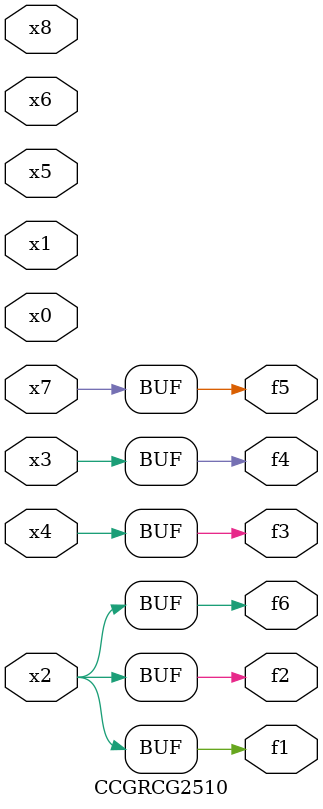
<source format=v>
module CCGRCG2510(
	input x0, x1, x2, x3, x4, x5, x6, x7, x8,
	output f1, f2, f3, f4, f5, f6
);
	assign f1 = x2;
	assign f2 = x2;
	assign f3 = x4;
	assign f4 = x3;
	assign f5 = x7;
	assign f6 = x2;
endmodule

</source>
